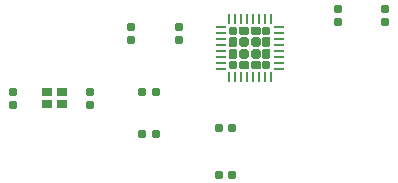
<source format=gbr>
%TF.GenerationSoftware,KiCad,Pcbnew,8.0.1*%
%TF.CreationDate,2024-07-06T23:02:20-04:00*%
%TF.ProjectId,ST25R3911B,53543235-5233-4393-9131-422e6b696361,rev?*%
%TF.SameCoordinates,Original*%
%TF.FileFunction,Paste,Top*%
%TF.FilePolarity,Positive*%
%FSLAX46Y46*%
G04 Gerber Fmt 4.6, Leading zero omitted, Abs format (unit mm)*
G04 Created by KiCad (PCBNEW 8.0.1) date 2024-07-06 23:02:20*
%MOMM*%
%LPD*%
G01*
G04 APERTURE LIST*
G04 Aperture macros list*
%AMRoundRect*
0 Rectangle with rounded corners*
0 $1 Rounding radius*
0 $2 $3 $4 $5 $6 $7 $8 $9 X,Y pos of 4 corners*
0 Add a 4 corners polygon primitive as box body*
4,1,4,$2,$3,$4,$5,$6,$7,$8,$9,$2,$3,0*
0 Add four circle primitives for the rounded corners*
1,1,$1+$1,$2,$3*
1,1,$1+$1,$4,$5*
1,1,$1+$1,$6,$7*
1,1,$1+$1,$8,$9*
0 Add four rect primitives between the rounded corners*
20,1,$1+$1,$2,$3,$4,$5,0*
20,1,$1+$1,$4,$5,$6,$7,0*
20,1,$1+$1,$6,$7,$8,$9,0*
20,1,$1+$1,$8,$9,$2,$3,0*%
%AMFreePoly0*
4,1,19,0.290204,0.301344,0.321117,0.247801,0.322490,0.232106,0.322490,-0.157228,0.301344,-0.215326,0.296017,-0.221139,0.221139,-0.296017,0.165105,-0.322146,0.157228,-0.322490,-0.232106,-0.322490,-0.290204,-0.301344,-0.321117,-0.247801,-0.322490,-0.232106,-0.322490,0.232106,-0.301344,0.290204,-0.247801,0.321117,-0.232106,0.322490,0.232106,0.322490,0.290204,0.301344,0.290204,0.301344,
$1*%
%AMFreePoly1*
4,1,21,0.231572,0.385173,0.236504,0.380653,0.300030,0.317127,0.322198,0.269587,0.322490,0.262904,0.322490,-0.262904,0.304550,-0.312195,0.300030,-0.317127,0.236504,-0.380653,0.188964,-0.402821,0.182281,-0.403113,-0.245807,-0.403113,-0.295098,-0.385173,-0.321325,-0.339746,-0.322490,-0.326430,-0.322490,0.326430,-0.304550,0.375721,-0.259123,0.401948,-0.245807,0.403113,0.182281,0.403113,
0.231572,0.385173,0.231572,0.385173,$1*%
%AMFreePoly2*
4,1,19,0.215326,0.301344,0.221139,0.296017,0.296017,0.221139,0.322146,0.165105,0.322490,0.157228,0.322490,-0.232106,0.301344,-0.290204,0.247801,-0.321117,0.232106,-0.322490,-0.232106,-0.322490,-0.290204,-0.301344,-0.321117,-0.247801,-0.322490,-0.232106,-0.322490,0.232106,-0.301344,0.290204,-0.247801,0.321117,-0.232106,0.322490,0.157228,0.322490,0.215326,0.301344,0.215326,0.301344,
$1*%
%AMFreePoly3*
4,1,21,0.375721,0.304550,0.401948,0.259123,0.403113,0.245807,0.403113,-0.182281,0.385173,-0.231572,0.380653,-0.236504,0.317127,-0.300030,0.269587,-0.322198,0.262904,-0.322490,-0.262904,-0.322490,-0.312195,-0.304550,-0.317127,-0.300030,-0.380653,-0.236504,-0.402821,-0.188964,-0.403113,-0.182281,-0.403113,0.245807,-0.385173,0.295098,-0.339746,0.321325,-0.326430,0.322490,0.326430,0.322490,
0.375721,0.304550,0.375721,0.304550,$1*%
%AMFreePoly4*
4,1,21,0.312195,0.304550,0.317127,0.300030,0.380653,0.236504,0.402821,0.188964,0.403113,0.182281,0.403113,-0.245807,0.385173,-0.295098,0.339746,-0.321325,0.326430,-0.322490,-0.326430,-0.322490,-0.375721,-0.304550,-0.401948,-0.259123,-0.403113,-0.245807,-0.403113,0.182281,-0.385173,0.231572,-0.380653,0.236504,-0.317127,0.300030,-0.269587,0.322198,-0.262904,0.322490,0.262904,0.322490,
0.312195,0.304550,0.312195,0.304550,$1*%
%AMFreePoly5*
4,1,19,0.290204,0.301344,0.321117,0.247801,0.322490,0.232106,0.322490,-0.232106,0.301344,-0.290204,0.247801,-0.321117,0.232106,-0.322490,-0.157228,-0.322490,-0.215326,-0.301344,-0.221139,-0.296017,-0.296017,-0.221139,-0.322146,-0.165105,-0.322490,-0.157228,-0.322490,0.232106,-0.301344,0.290204,-0.247801,0.321117,-0.232106,0.322490,0.232106,0.322490,0.290204,0.301344,0.290204,0.301344,
$1*%
%AMFreePoly6*
4,1,21,0.295098,0.385173,0.321325,0.339746,0.322490,0.326430,0.322490,-0.326430,0.304550,-0.375721,0.259123,-0.401948,0.245807,-0.403113,-0.182281,-0.403113,-0.231572,-0.385173,-0.236504,-0.380653,-0.300030,-0.317127,-0.322198,-0.269587,-0.322490,-0.262904,-0.322490,0.262904,-0.304550,0.312195,-0.300030,0.317127,-0.236504,0.380653,-0.188964,0.402821,-0.182281,0.403113,0.245807,0.403113,
0.295098,0.385173,0.295098,0.385173,$1*%
%AMFreePoly7*
4,1,19,0.290204,0.301344,0.321117,0.247801,0.322490,0.232106,0.322490,-0.232106,0.301344,-0.290204,0.247801,-0.321117,0.232106,-0.322490,-0.232106,-0.322490,-0.290204,-0.301344,-0.321117,-0.247801,-0.322490,-0.232106,-0.322490,0.157228,-0.301344,0.215326,-0.296017,0.221139,-0.221139,0.296017,-0.165105,0.322146,-0.157228,0.322490,0.232106,0.322490,0.290204,0.301344,0.290204,0.301344,
$1*%
G04 Aperture macros list end*
%ADD10RoundRect,0.155000X-0.155000X0.212500X-0.155000X-0.212500X0.155000X-0.212500X0.155000X0.212500X0*%
%ADD11R,0.838200X0.762000*%
%ADD12RoundRect,0.155000X0.155000X-0.212500X0.155000X0.212500X-0.155000X0.212500X-0.155000X-0.212500X0*%
%ADD13FreePoly0,0.000000*%
%ADD14FreePoly1,0.000000*%
%ADD15FreePoly2,0.000000*%
%ADD16FreePoly3,0.000000*%
%ADD17RoundRect,0.201557X-0.201556X-0.201556X0.201556X-0.201556X0.201556X0.201556X-0.201556X0.201556X0*%
%ADD18FreePoly4,0.000000*%
%ADD19FreePoly5,0.000000*%
%ADD20FreePoly6,0.000000*%
%ADD21FreePoly7,0.000000*%
%ADD22RoundRect,0.062500X-0.337500X-0.062500X0.337500X-0.062500X0.337500X0.062500X-0.337500X0.062500X0*%
%ADD23RoundRect,0.062500X-0.062500X-0.337500X0.062500X-0.337500X0.062500X0.337500X-0.062500X0.337500X0*%
%ADD24RoundRect,0.155000X-0.212500X-0.155000X0.212500X-0.155000X0.212500X0.155000X-0.212500X0.155000X0*%
G04 APERTURE END LIST*
D10*
%TO.C,C312*%
X155500000Y-108932500D03*
X155500000Y-110067500D03*
%TD*%
D11*
%TO.C,U2*%
X132175000Y-115975000D03*
X130825000Y-115975000D03*
X130825000Y-117025000D03*
X132175000Y-117025000D03*
%TD*%
D12*
%TO.C,C311*%
X142000000Y-111567500D03*
X142000000Y-110432500D03*
%TD*%
D13*
%TO.C,U1*%
X146650000Y-110850000D03*
D14*
X146650000Y-111750000D03*
X146650000Y-112750000D03*
D15*
X146650000Y-113650000D03*
D16*
X147550000Y-110850000D03*
D17*
X147550000Y-111750000D03*
X147550000Y-112750000D03*
D18*
X147550000Y-113650000D03*
D16*
X148550000Y-110850000D03*
D17*
X148550000Y-111750000D03*
X148550000Y-112750000D03*
D18*
X148550000Y-113650000D03*
D19*
X149450000Y-110850000D03*
D20*
X149450000Y-111750000D03*
X149450000Y-112750000D03*
D21*
X149450000Y-113650000D03*
D22*
X145600000Y-110500000D03*
X145600000Y-111000000D03*
X145600000Y-111500000D03*
X145600000Y-112000000D03*
X145600000Y-112500000D03*
X145600000Y-113000000D03*
X145600000Y-113500000D03*
X145600000Y-114000000D03*
D23*
X146300000Y-114700000D03*
X146800000Y-114700000D03*
X147300000Y-114700000D03*
X147800000Y-114700000D03*
X148300000Y-114700000D03*
X148800000Y-114700000D03*
X149300000Y-114700000D03*
X149800000Y-114700000D03*
D22*
X150500000Y-114000000D03*
X150500000Y-113500000D03*
X150500000Y-113000000D03*
X150500000Y-112500000D03*
X150500000Y-112000000D03*
X150500000Y-111500000D03*
X150500000Y-111000000D03*
X150500000Y-110500000D03*
D23*
X149800000Y-109800000D03*
X149300000Y-109800000D03*
X148800000Y-109800000D03*
X148300000Y-109800000D03*
X147800000Y-109800000D03*
X147300000Y-109800000D03*
X146800000Y-109800000D03*
X146300000Y-109800000D03*
%TD*%
D12*
%TO.C,C315*%
X138000000Y-111567500D03*
X138000000Y-110432500D03*
%TD*%
D24*
%TO.C,C309*%
X138932500Y-119500000D03*
X140067500Y-119500000D03*
%TD*%
%TO.C,C310*%
X145432500Y-119000000D03*
X146567500Y-119000000D03*
%TD*%
D10*
%TO.C,C316*%
X159500000Y-108932500D03*
X159500000Y-110067500D03*
%TD*%
D24*
%TO.C,C314*%
X145432500Y-123000000D03*
X146567500Y-123000000D03*
%TD*%
%TO.C,C313*%
X138932500Y-116000000D03*
X140067500Y-116000000D03*
%TD*%
D10*
%TO.C,C307*%
X134500000Y-115932500D03*
X134500000Y-117067500D03*
%TD*%
D12*
%TO.C,C308*%
X128000000Y-117067500D03*
X128000000Y-115932500D03*
%TD*%
M02*

</source>
